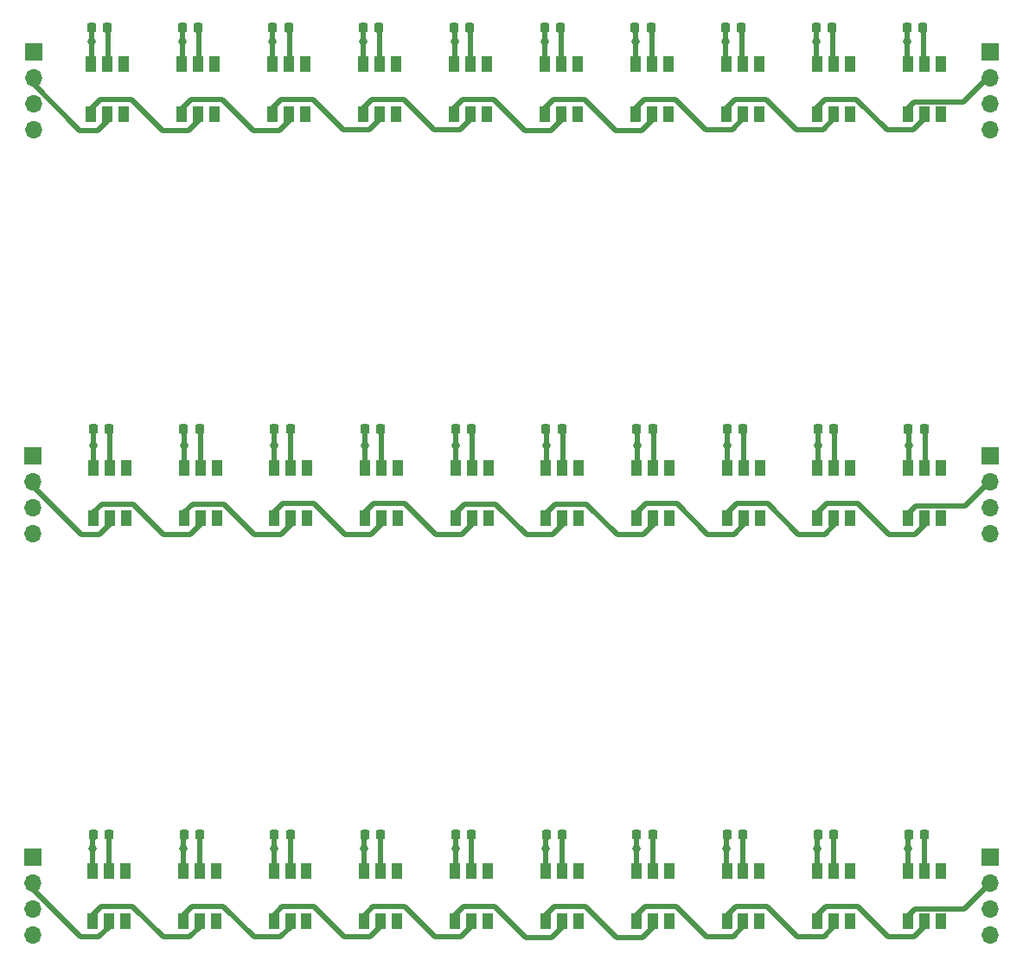
<source format=gbr>
%TF.GenerationSoftware,KiCad,Pcbnew,7.0.2*%
%TF.CreationDate,2023-08-16T13:52:21+02:00*%
%TF.ProjectId,TestingRig,54657374-696e-4675-9269-672e6b696361,rev?*%
%TF.SameCoordinates,Original*%
%TF.FileFunction,Copper,L1,Top*%
%TF.FilePolarity,Positive*%
%FSLAX46Y46*%
G04 Gerber Fmt 4.6, Leading zero omitted, Abs format (unit mm)*
G04 Created by KiCad (PCBNEW 7.0.2) date 2023-08-16 13:52:21*
%MOMM*%
%LPD*%
G01*
G04 APERTURE LIST*
G04 Aperture macros list*
%AMRoundRect*
0 Rectangle with rounded corners*
0 $1 Rounding radius*
0 $2 $3 $4 $5 $6 $7 $8 $9 X,Y pos of 4 corners*
0 Add a 4 corners polygon primitive as box body*
4,1,4,$2,$3,$4,$5,$6,$7,$8,$9,$2,$3,0*
0 Add four circle primitives for the rounded corners*
1,1,$1+$1,$2,$3*
1,1,$1+$1,$4,$5*
1,1,$1+$1,$6,$7*
1,1,$1+$1,$8,$9*
0 Add four rect primitives between the rounded corners*
20,1,$1+$1,$2,$3,$4,$5,0*
20,1,$1+$1,$4,$5,$6,$7,0*
20,1,$1+$1,$6,$7,$8,$9,0*
20,1,$1+$1,$8,$9,$2,$3,0*%
G04 Aperture macros list end*
%TA.AperFunction,ComponentPad*%
%ADD10R,1.700000X1.700000*%
%TD*%
%TA.AperFunction,ComponentPad*%
%ADD11O,1.700000X1.700000*%
%TD*%
%TA.AperFunction,SMDPad,CuDef*%
%ADD12RoundRect,0.225000X-0.225000X-0.250000X0.225000X-0.250000X0.225000X0.250000X-0.225000X0.250000X0*%
%TD*%
%TA.AperFunction,SMDPad,CuDef*%
%ADD13R,1.000000X1.500000*%
%TD*%
%TA.AperFunction,ViaPad*%
%ADD14C,0.800000*%
%TD*%
%TA.AperFunction,Conductor*%
%ADD15C,0.500000*%
%TD*%
G04 APERTURE END LIST*
D10*
%TO.P,J6,1,Pin_1*%
%TO.N,/+5V*%
X250000000Y-43380000D03*
D11*
%TO.P,J6,2,Pin_2*%
%TO.N,/Dout30*%
X250000000Y-45920000D03*
%TO.P,J6,3,Pin_3*%
%TO.N,GND*%
X250000000Y-48460000D03*
%TO.P,J6,4,Pin_4*%
X250000000Y-51000000D03*
%TD*%
D10*
%TO.P,J5,1,Pin_1*%
%TO.N,/+5V*%
X156400000Y-43380000D03*
D11*
%TO.P,J5,2,Pin_2*%
%TO.N,/Din21*%
X156400000Y-45920000D03*
%TO.P,J5,3,Pin_3*%
%TO.N,GND*%
X156400000Y-48460000D03*
%TO.P,J5,4,Pin_4*%
X156400000Y-51000000D03*
%TD*%
%TO.P,J4,4,Pin_4*%
%TO.N,GND*%
X250000000Y-90500000D03*
%TO.P,J4,3,Pin_3*%
X250000000Y-87960000D03*
%TO.P,J4,2,Pin_2*%
%TO.N,/Dout20*%
X250000000Y-85420000D03*
D10*
%TO.P,J4,1,Pin_1*%
%TO.N,/+5V*%
X250000000Y-82880000D03*
%TD*%
D11*
%TO.P,J3,4,Pin_4*%
%TO.N,GND*%
X156325303Y-90500000D03*
%TO.P,J3,3,Pin_3*%
X156325303Y-87960000D03*
%TO.P,J3,2,Pin_2*%
%TO.N,/Din11*%
X156325303Y-85420000D03*
D10*
%TO.P,J3,1,Pin_1*%
%TO.N,/+5V*%
X156325303Y-82880000D03*
%TD*%
%TO.P,J2,1,Pin_1*%
%TO.N,/+5V*%
X250000000Y-122200000D03*
D11*
%TO.P,J2,2,Pin_2*%
%TO.N,/Dout10*%
X250000000Y-124740000D03*
%TO.P,J2,3,Pin_3*%
%TO.N,GND*%
X250000000Y-127280000D03*
%TO.P,J2,4,Pin_4*%
X250000000Y-129820000D03*
%TD*%
D12*
%TO.P,C30,2*%
%TO.N,/+5V*%
X243419063Y-41000000D03*
%TO.P,C30,1*%
%TO.N,GND*%
X241869063Y-41000000D03*
%TD*%
%TO.P,C29,2*%
%TO.N,/+5V*%
X234550244Y-41000000D03*
%TO.P,C29,1*%
%TO.N,GND*%
X233000244Y-41000000D03*
%TD*%
%TO.P,C28,2*%
%TO.N,/+5V*%
X225681433Y-41000000D03*
%TO.P,C28,1*%
%TO.N,GND*%
X224131433Y-41000000D03*
%TD*%
%TO.P,C27,2*%
%TO.N,/+5V*%
X216812622Y-41000000D03*
%TO.P,C27,1*%
%TO.N,GND*%
X215262622Y-41000000D03*
%TD*%
%TO.P,C26,2*%
%TO.N,/+5V*%
X199075000Y-41000000D03*
%TO.P,C26,1*%
%TO.N,GND*%
X197525000Y-41000000D03*
%TD*%
%TO.P,C25,2*%
%TO.N,/+5V*%
X190206189Y-41000000D03*
%TO.P,C25,1*%
%TO.N,GND*%
X188656189Y-41000000D03*
%TD*%
%TO.P,C24,2*%
%TO.N,/+5V*%
X181337378Y-41000000D03*
%TO.P,C24,1*%
%TO.N,GND*%
X179787378Y-41000000D03*
%TD*%
%TO.P,C23,2*%
%TO.N,/+5V*%
X172468567Y-41000000D03*
%TO.P,C23,1*%
%TO.N,GND*%
X170918567Y-41000000D03*
%TD*%
%TO.P,C22,2*%
%TO.N,/+5V*%
X207943811Y-41000000D03*
%TO.P,C22,1*%
%TO.N,GND*%
X206393811Y-41000000D03*
%TD*%
%TO.P,C21,2*%
%TO.N,/+5V*%
X163599756Y-41000000D03*
%TO.P,C21,1*%
%TO.N,GND*%
X162049756Y-41000000D03*
%TD*%
%TO.P,C20,1*%
%TO.N,GND*%
X242031192Y-80300000D03*
%TO.P,C20,2*%
%TO.N,/+5V*%
X243581192Y-80300000D03*
%TD*%
%TO.P,C19,1*%
%TO.N,GND*%
X197687544Y-80300000D03*
%TO.P,C19,2*%
%TO.N,/+5V*%
X199237544Y-80300000D03*
%TD*%
%TO.P,C18,1*%
%TO.N,GND*%
X233162456Y-80300000D03*
%TO.P,C18,2*%
%TO.N,/+5V*%
X234712456Y-80300000D03*
%TD*%
%TO.P,C17,1*%
%TO.N,GND*%
X206556272Y-80300000D03*
%TO.P,C17,2*%
%TO.N,/+5V*%
X208106272Y-80300000D03*
%TD*%
%TO.P,C16,1*%
%TO.N,GND*%
X224293728Y-80300000D03*
%TO.P,C16,2*%
%TO.N,/+5V*%
X225843728Y-80300000D03*
%TD*%
%TO.P,C15,1*%
%TO.N,GND*%
X215425000Y-80300000D03*
%TO.P,C15,2*%
%TO.N,/+5V*%
X216975000Y-80300000D03*
%TD*%
%TO.P,C14,2*%
%TO.N,/+5V*%
X190368816Y-80300000D03*
%TO.P,C14,1*%
%TO.N,GND*%
X188818816Y-80300000D03*
%TD*%
%TO.P,C13,2*%
%TO.N,/+5V*%
X181500088Y-80300000D03*
%TO.P,C13,1*%
%TO.N,GND*%
X179950088Y-80300000D03*
%TD*%
%TO.P,C12,2*%
%TO.N,/+5V*%
X172631360Y-80300000D03*
%TO.P,C12,1*%
%TO.N,GND*%
X171081360Y-80300000D03*
%TD*%
%TO.P,C11,2*%
%TO.N,/+5V*%
X163762632Y-80300000D03*
%TO.P,C11,1*%
%TO.N,GND*%
X162212632Y-80300000D03*
%TD*%
%TO.P,C10,1*%
%TO.N,GND*%
X242042075Y-120002232D03*
%TO.P,C10,2*%
%TO.N,/+5V*%
X243592075Y-120002232D03*
%TD*%
%TO.P,C9,1*%
%TO.N,GND*%
X233172280Y-120002232D03*
%TO.P,C9,2*%
%TO.N,/+5V*%
X234722280Y-120002232D03*
%TD*%
D10*
%TO.P,J1,1,Pin_1*%
%TO.N,/+5V*%
X156325303Y-122200000D03*
D11*
%TO.P,J1,2,Pin_2*%
%TO.N,/Din1*%
X156325303Y-124740000D03*
%TO.P,J1,3,Pin_3*%
%TO.N,GND*%
X156325303Y-127280000D03*
%TO.P,J1,4,Pin_4*%
X156325303Y-129820000D03*
%TD*%
D13*
%TO.P,D30,1,DOUT*%
%TO.N,/Dout30*%
X242000000Y-49450000D03*
%TO.P,D30,2,DIN*%
%TO.N,/Dout29*%
X243600000Y-49450000D03*
%TO.P,D30,3,VCC*%
%TO.N,/+5V*%
X245200000Y-49450000D03*
%TO.P,D30,4,NC*%
%TO.N,unconnected-(D30-NC-Pad4)*%
X245200000Y-44550000D03*
%TO.P,D30,5,VDD*%
%TO.N,/+5V*%
X243600000Y-44550000D03*
%TO.P,D30,6,VSS*%
%TO.N,GND*%
X242000000Y-44550000D03*
%TD*%
%TO.P,D29,1,DOUT*%
%TO.N,/Dout29*%
X233111104Y-49450000D03*
%TO.P,D29,2,DIN*%
%TO.N,/Dout28*%
X234711104Y-49450000D03*
%TO.P,D29,3,VCC*%
%TO.N,/+5V*%
X236311104Y-49450000D03*
%TO.P,D29,4,NC*%
%TO.N,unconnected-(D29-NC-Pad4)*%
X236311104Y-44550000D03*
%TO.P,D29,5,VDD*%
%TO.N,/+5V*%
X234711104Y-44550000D03*
%TO.P,D29,6,VSS*%
%TO.N,GND*%
X233111104Y-44550000D03*
%TD*%
%TO.P,D28,1,DOUT*%
%TO.N,/Dout28*%
X224222216Y-49450000D03*
%TO.P,D28,2,DIN*%
%TO.N,/Dout27*%
X225822216Y-49450000D03*
%TO.P,D28,3,VCC*%
%TO.N,/+5V*%
X227422216Y-49450000D03*
%TO.P,D28,4,NC*%
%TO.N,unconnected-(D28-NC-Pad4)*%
X227422216Y-44550000D03*
%TO.P,D28,5,VDD*%
%TO.N,/+5V*%
X225822216Y-44550000D03*
%TO.P,D28,6,VSS*%
%TO.N,GND*%
X224222216Y-44550000D03*
%TD*%
%TO.P,D27,1,DOUT*%
%TO.N,/Dout27*%
X215333328Y-49450000D03*
%TO.P,D27,2,DIN*%
%TO.N,/Dout26*%
X216933328Y-49450000D03*
%TO.P,D27,3,VCC*%
%TO.N,/+5V*%
X218533328Y-49450000D03*
%TO.P,D27,4,NC*%
%TO.N,unconnected-(D27-NC-Pad4)*%
X218533328Y-44550000D03*
%TO.P,D27,5,VDD*%
%TO.N,/+5V*%
X216933328Y-44550000D03*
%TO.P,D27,6,VSS*%
%TO.N,GND*%
X215333328Y-44550000D03*
%TD*%
%TO.P,D26,1,DOUT*%
%TO.N,/Dout26*%
X206444440Y-49450000D03*
%TO.P,D26,2,DIN*%
%TO.N,/Dout25*%
X208044440Y-49450000D03*
%TO.P,D26,3,VCC*%
%TO.N,/+5V*%
X209644440Y-49450000D03*
%TO.P,D26,4,NC*%
%TO.N,unconnected-(D26-NC-Pad4)*%
X209644440Y-44550000D03*
%TO.P,D26,5,VDD*%
%TO.N,/+5V*%
X208044440Y-44550000D03*
%TO.P,D26,6,VSS*%
%TO.N,GND*%
X206444440Y-44550000D03*
%TD*%
%TO.P,D25,1,DOUT*%
%TO.N,/Dout25*%
X197555552Y-49450000D03*
%TO.P,D25,2,DIN*%
%TO.N,/Dout24*%
X199155552Y-49450000D03*
%TO.P,D25,3,VCC*%
%TO.N,/+5V*%
X200755552Y-49450000D03*
%TO.P,D25,4,NC*%
%TO.N,unconnected-(D25-NC-Pad4)*%
X200755552Y-44550000D03*
%TO.P,D25,5,VDD*%
%TO.N,/+5V*%
X199155552Y-44550000D03*
%TO.P,D25,6,VSS*%
%TO.N,GND*%
X197555552Y-44550000D03*
%TD*%
%TO.P,D24,1,DOUT*%
%TO.N,/Dout24*%
X188666664Y-49450000D03*
%TO.P,D24,2,DIN*%
%TO.N,/Dout23*%
X190266664Y-49450000D03*
%TO.P,D24,3,VCC*%
%TO.N,/+5V*%
X191866664Y-49450000D03*
%TO.P,D24,4,NC*%
%TO.N,unconnected-(D24-NC-Pad4)*%
X191866664Y-44550000D03*
%TO.P,D24,5,VDD*%
%TO.N,/+5V*%
X190266664Y-44550000D03*
%TO.P,D24,6,VSS*%
%TO.N,GND*%
X188666664Y-44550000D03*
%TD*%
%TO.P,D23,1,DOUT*%
%TO.N,/Dout23*%
X179777776Y-49450000D03*
%TO.P,D23,2,DIN*%
%TO.N,/Dout22*%
X181377776Y-49450000D03*
%TO.P,D23,3,VCC*%
%TO.N,/+5V*%
X182977776Y-49450000D03*
%TO.P,D23,4,NC*%
%TO.N,unconnected-(D23-NC-Pad4)*%
X182977776Y-44550000D03*
%TO.P,D23,5,VDD*%
%TO.N,/+5V*%
X181377776Y-44550000D03*
%TO.P,D23,6,VSS*%
%TO.N,GND*%
X179777776Y-44550000D03*
%TD*%
%TO.P,D22,1,DOUT*%
%TO.N,/Dout22*%
X170888888Y-49450000D03*
%TO.P,D22,2,DIN*%
%TO.N,/Dout21*%
X172488888Y-49450000D03*
%TO.P,D22,3,VCC*%
%TO.N,/+5V*%
X174088888Y-49450000D03*
%TO.P,D22,4,NC*%
%TO.N,unconnected-(D22-NC-Pad4)*%
X174088888Y-44550000D03*
%TO.P,D22,5,VDD*%
%TO.N,/+5V*%
X172488888Y-44550000D03*
%TO.P,D22,6,VSS*%
%TO.N,GND*%
X170888888Y-44550000D03*
%TD*%
%TO.P,D21,1,DOUT*%
%TO.N,/Dout21*%
X162000000Y-49450000D03*
%TO.P,D21,2,DIN*%
%TO.N,/Din21*%
X163600000Y-49450000D03*
%TO.P,D21,3,VCC*%
%TO.N,/+5V*%
X165200000Y-49450000D03*
%TO.P,D21,4,NC*%
%TO.N,unconnected-(D21-NC-Pad4)*%
X165200000Y-44550000D03*
%TO.P,D21,5,VDD*%
%TO.N,/+5V*%
X163600000Y-44550000D03*
%TO.P,D21,6,VSS*%
%TO.N,GND*%
X162000000Y-44550000D03*
%TD*%
%TO.P,D20,1,DOUT*%
%TO.N,/Dout20*%
X242000000Y-88950000D03*
%TO.P,D20,2,DIN*%
%TO.N,/Dout19*%
X243600000Y-88950000D03*
%TO.P,D20,3,VCC*%
%TO.N,/+5V*%
X245200000Y-88950000D03*
%TO.P,D20,4,NC*%
%TO.N,unconnected-(D20-NC-Pad4)*%
X245200000Y-84050000D03*
%TO.P,D20,5,VDD*%
%TO.N,/+5V*%
X243600000Y-84050000D03*
%TO.P,D20,6,VSS*%
%TO.N,GND*%
X242000000Y-84050000D03*
%TD*%
%TO.P,D19,1,DOUT*%
%TO.N,/Dout19*%
X233137776Y-88950000D03*
%TO.P,D19,2,DIN*%
%TO.N,/Dout18*%
X234737776Y-88950000D03*
%TO.P,D19,3,VCC*%
%TO.N,/+5V*%
X236337776Y-88950000D03*
%TO.P,D19,4,NC*%
%TO.N,unconnected-(D19-NC-Pad4)*%
X236337776Y-84050000D03*
%TO.P,D19,5,VDD*%
%TO.N,/+5V*%
X234737776Y-84050000D03*
%TO.P,D19,6,VSS*%
%TO.N,GND*%
X233137776Y-84050000D03*
%TD*%
%TO.P,D18,1,DOUT*%
%TO.N,/Dout18*%
X224275554Y-88950000D03*
%TO.P,D18,2,DIN*%
%TO.N,/Dout17*%
X225875554Y-88950000D03*
%TO.P,D18,3,VCC*%
%TO.N,/+5V*%
X227475554Y-88950000D03*
%TO.P,D18,4,NC*%
%TO.N,unconnected-(D18-NC-Pad4)*%
X227475554Y-84050000D03*
%TO.P,D18,5,VDD*%
%TO.N,/+5V*%
X225875554Y-84050000D03*
%TO.P,D18,6,VSS*%
%TO.N,GND*%
X224275554Y-84050000D03*
%TD*%
%TO.P,D17,1,DOUT*%
%TO.N,/Dout17*%
X215413332Y-88950000D03*
%TO.P,D17,2,DIN*%
%TO.N,/Dout16*%
X217013332Y-88950000D03*
%TO.P,D17,3,VCC*%
%TO.N,/+5V*%
X218613332Y-88950000D03*
%TO.P,D17,4,NC*%
%TO.N,unconnected-(D17-NC-Pad4)*%
X218613332Y-84050000D03*
%TO.P,D17,5,VDD*%
%TO.N,/+5V*%
X217013332Y-84050000D03*
%TO.P,D17,6,VSS*%
%TO.N,GND*%
X215413332Y-84050000D03*
%TD*%
%TO.P,D16,1,DOUT*%
%TO.N,/Dout16*%
X206551110Y-88950000D03*
%TO.P,D16,2,DIN*%
%TO.N,/Dout15*%
X208151110Y-88950000D03*
%TO.P,D16,3,VCC*%
%TO.N,/+5V*%
X209751110Y-88950000D03*
%TO.P,D16,4,NC*%
%TO.N,unconnected-(D16-NC-Pad4)*%
X209751110Y-84050000D03*
%TO.P,D16,5,VDD*%
%TO.N,/+5V*%
X208151110Y-84050000D03*
%TO.P,D16,6,VSS*%
%TO.N,GND*%
X206551110Y-84050000D03*
%TD*%
%TO.P,D15,1,DOUT*%
%TO.N,/Dout15*%
X197688888Y-88950000D03*
%TO.P,D15,2,DIN*%
%TO.N,/Dout14*%
X199288888Y-88950000D03*
%TO.P,D15,3,VCC*%
%TO.N,/+5V*%
X200888888Y-88950000D03*
%TO.P,D15,4,NC*%
%TO.N,unconnected-(D15-NC-Pad4)*%
X200888888Y-84050000D03*
%TO.P,D15,5,VDD*%
%TO.N,/+5V*%
X199288888Y-84050000D03*
%TO.P,D15,6,VSS*%
%TO.N,GND*%
X197688888Y-84050000D03*
%TD*%
%TO.P,D14,1,DOUT*%
%TO.N,/Dout14*%
X188826666Y-88950000D03*
%TO.P,D14,2,DIN*%
%TO.N,/Dout13*%
X190426666Y-88950000D03*
%TO.P,D14,3,VCC*%
%TO.N,/+5V*%
X192026666Y-88950000D03*
%TO.P,D14,4,NC*%
%TO.N,unconnected-(D14-NC-Pad4)*%
X192026666Y-84050000D03*
%TO.P,D14,5,VDD*%
%TO.N,/+5V*%
X190426666Y-84050000D03*
%TO.P,D14,6,VSS*%
%TO.N,GND*%
X188826666Y-84050000D03*
%TD*%
%TO.P,D13,1,DOUT*%
%TO.N,/Dout13*%
X179964444Y-88950000D03*
%TO.P,D13,2,DIN*%
%TO.N,/Dout12*%
X181564444Y-88950000D03*
%TO.P,D13,3,VCC*%
%TO.N,/+5V*%
X183164444Y-88950000D03*
%TO.P,D13,4,NC*%
%TO.N,unconnected-(D13-NC-Pad4)*%
X183164444Y-84050000D03*
%TO.P,D13,5,VDD*%
%TO.N,/+5V*%
X181564444Y-84050000D03*
%TO.P,D13,6,VSS*%
%TO.N,GND*%
X179964444Y-84050000D03*
%TD*%
%TO.P,D12,1,DOUT*%
%TO.N,/Dout12*%
X171102222Y-88950000D03*
%TO.P,D12,2,DIN*%
%TO.N,/Dout11*%
X172702222Y-88950000D03*
%TO.P,D12,3,VCC*%
%TO.N,/+5V*%
X174302222Y-88950000D03*
%TO.P,D12,4,NC*%
%TO.N,unconnected-(D12-NC-Pad4)*%
X174302222Y-84050000D03*
%TO.P,D12,5,VDD*%
%TO.N,/+5V*%
X172702222Y-84050000D03*
%TO.P,D12,6,VSS*%
%TO.N,GND*%
X171102222Y-84050000D03*
%TD*%
%TO.P,D11,1,DOUT*%
%TO.N,/Dout11*%
X162240000Y-88950000D03*
%TO.P,D11,2,DIN*%
%TO.N,/Din11*%
X163840000Y-88950000D03*
%TO.P,D11,3,VCC*%
%TO.N,/+5V*%
X165440000Y-88950000D03*
%TO.P,D11,4,NC*%
%TO.N,unconnected-(D11-NC-Pad4)*%
X165440000Y-84050000D03*
%TO.P,D11,5,VDD*%
%TO.N,/+5V*%
X163840000Y-84050000D03*
%TO.P,D11,6,VSS*%
%TO.N,GND*%
X162240000Y-84050000D03*
%TD*%
%TO.P,D10,6,VSS*%
%TO.N,GND*%
X242000000Y-123550000D03*
%TO.P,D10,5,VDD*%
%TO.N,/+5V*%
X243600000Y-123550000D03*
%TO.P,D10,4,NC*%
%TO.N,unconnected-(D10-NC-Pad4)*%
X245200000Y-123550000D03*
%TO.P,D10,3,VCC*%
%TO.N,/+5V*%
X245200000Y-128450000D03*
%TO.P,D10,2,DIN*%
%TO.N,/Dout9*%
X243600000Y-128450000D03*
%TO.P,D10,1,DOUT*%
%TO.N,/Dout10*%
X242000000Y-128450000D03*
%TD*%
%TO.P,D9,6,VSS*%
%TO.N,GND*%
X233128888Y-123550000D03*
%TO.P,D9,5,VDD*%
%TO.N,/+5V*%
X234728888Y-123550000D03*
%TO.P,D9,4,NC*%
%TO.N,unconnected-(D9-NC-Pad4)*%
X236328888Y-123550000D03*
%TO.P,D9,3,VCC*%
%TO.N,/+5V*%
X236328888Y-128450000D03*
%TO.P,D9,2,DIN*%
%TO.N,/Dout8*%
X234728888Y-128450000D03*
%TO.P,D9,1,DOUT*%
%TO.N,/Dout9*%
X233128888Y-128450000D03*
%TD*%
%TO.P,D8,6,VSS*%
%TO.N,GND*%
X224257777Y-123550000D03*
%TO.P,D8,5,VDD*%
%TO.N,/+5V*%
X225857777Y-123550000D03*
%TO.P,D8,4,NC*%
%TO.N,unconnected-(D8-NC-Pad4)*%
X227457777Y-123550000D03*
%TO.P,D8,3,VCC*%
%TO.N,/+5V*%
X227457777Y-128450000D03*
%TO.P,D8,2,DIN*%
%TO.N,/Dout7*%
X225857777Y-128450000D03*
%TO.P,D8,1,DOUT*%
%TO.N,/Dout8*%
X224257777Y-128450000D03*
%TD*%
%TO.P,D7,6,VSS*%
%TO.N,GND*%
X215386666Y-123550000D03*
%TO.P,D7,5,VDD*%
%TO.N,/+5V*%
X216986666Y-123550000D03*
%TO.P,D7,4,NC*%
%TO.N,unconnected-(D7-NC-Pad4)*%
X218586666Y-123550000D03*
%TO.P,D7,3,VCC*%
%TO.N,/+5V*%
X218586666Y-128450000D03*
%TO.P,D7,2,DIN*%
%TO.N,/Dout6*%
X216986666Y-128450000D03*
%TO.P,D7,1,DOUT*%
%TO.N,/Dout7*%
X215386666Y-128450000D03*
%TD*%
%TO.P,D6,6,VSS*%
%TO.N,GND*%
X206515555Y-123550000D03*
%TO.P,D6,5,VDD*%
%TO.N,/+5V*%
X208115555Y-123550000D03*
%TO.P,D6,4,NC*%
%TO.N,unconnected-(D6-NC-Pad4)*%
X209715555Y-123550000D03*
%TO.P,D6,3,VCC*%
%TO.N,/+5V*%
X209715555Y-128450000D03*
%TO.P,D6,2,DIN*%
%TO.N,/Dout5*%
X208115555Y-128450000D03*
%TO.P,D6,1,DOUT*%
%TO.N,/Dout6*%
X206515555Y-128450000D03*
%TD*%
%TO.P,D5,6,VSS*%
%TO.N,GND*%
X197644444Y-123550000D03*
%TO.P,D5,5,VDD*%
%TO.N,/+5V*%
X199244444Y-123550000D03*
%TO.P,D5,4,NC*%
%TO.N,unconnected-(D5-NC-Pad4)*%
X200844444Y-123550000D03*
%TO.P,D5,3,VCC*%
%TO.N,/+5V*%
X200844444Y-128450000D03*
%TO.P,D5,2,DIN*%
%TO.N,/Dout4*%
X199244444Y-128450000D03*
%TO.P,D5,1,DOUT*%
%TO.N,/Dout5*%
X197644444Y-128450000D03*
%TD*%
%TO.P,D4,6,VSS*%
%TO.N,GND*%
X188773333Y-123550000D03*
%TO.P,D4,5,VDD*%
%TO.N,/+5V*%
X190373333Y-123550000D03*
%TO.P,D4,4,NC*%
%TO.N,unconnected-(D4-NC-Pad4)*%
X191973333Y-123550000D03*
%TO.P,D4,3,VCC*%
%TO.N,/+5V*%
X191973333Y-128450000D03*
%TO.P,D4,2,DIN*%
%TO.N,/Dout3*%
X190373333Y-128450000D03*
%TO.P,D4,1,DOUT*%
%TO.N,/Dout4*%
X188773333Y-128450000D03*
%TD*%
%TO.P,D3,6,VSS*%
%TO.N,GND*%
X179902222Y-123550000D03*
%TO.P,D3,5,VDD*%
%TO.N,/+5V*%
X181502222Y-123550000D03*
%TO.P,D3,4,NC*%
%TO.N,unconnected-(D3-NC-Pad4)*%
X183102222Y-123550000D03*
%TO.P,D3,3,VCC*%
%TO.N,/+5V*%
X183102222Y-128450000D03*
%TO.P,D3,2,DIN*%
%TO.N,/Dout2*%
X181502222Y-128450000D03*
%TO.P,D3,1,DOUT*%
%TO.N,/Dout3*%
X179902222Y-128450000D03*
%TD*%
%TO.P,D2,6,VSS*%
%TO.N,GND*%
X171031111Y-123550000D03*
%TO.P,D2,5,VDD*%
%TO.N,/+5V*%
X172631111Y-123550000D03*
%TO.P,D2,4,NC*%
%TO.N,unconnected-(D2-NC-Pad4)*%
X174231111Y-123550000D03*
%TO.P,D2,3,VCC*%
%TO.N,/+5V*%
X174231111Y-128450000D03*
%TO.P,D2,2,DIN*%
%TO.N,/Dout1*%
X172631111Y-128450000D03*
%TO.P,D2,1,DOUT*%
%TO.N,/Dout2*%
X171031111Y-128450000D03*
%TD*%
%TO.P,D1,6,VSS*%
%TO.N,GND*%
X162160000Y-123550000D03*
%TO.P,D1,5,VDD*%
%TO.N,/+5V*%
X163760000Y-123550000D03*
%TO.P,D1,4,NC*%
%TO.N,unconnected-(D1-NC-Pad4)*%
X165360000Y-123550000D03*
%TO.P,D1,3,VCC*%
%TO.N,/+5V*%
X165360000Y-128450000D03*
%TO.P,D1,2,DIN*%
%TO.N,/Din1*%
X163760000Y-128450000D03*
%TO.P,D1,1,DOUT*%
%TO.N,/Dout1*%
X162160000Y-128450000D03*
%TD*%
D12*
%TO.P,C8,1*%
%TO.N,GND*%
X224302493Y-120002232D03*
%TO.P,C8,2*%
%TO.N,/+5V*%
X225852493Y-120002232D03*
%TD*%
%TO.P,C7,1*%
%TO.N,GND*%
X215432706Y-120002232D03*
%TO.P,C7,2*%
%TO.N,/+5V*%
X216982706Y-120002232D03*
%TD*%
%TO.P,C6,1*%
%TO.N,GND*%
X206562919Y-120002232D03*
%TO.P,C6,2*%
%TO.N,/+5V*%
X208112919Y-120002232D03*
%TD*%
%TO.P,C5,1*%
%TO.N,GND*%
X197693132Y-120002232D03*
%TO.P,C5,2*%
%TO.N,/+5V*%
X199243132Y-120002232D03*
%TD*%
%TO.P,C4,1*%
%TO.N,GND*%
X188823345Y-120002232D03*
%TO.P,C4,2*%
%TO.N,/+5V*%
X190373345Y-120002232D03*
%TD*%
%TO.P,C3,1*%
%TO.N,GND*%
X179953558Y-120002232D03*
%TO.P,C3,2*%
%TO.N,/+5V*%
X181503558Y-120002232D03*
%TD*%
%TO.P,C2,1*%
%TO.N,GND*%
X171083771Y-120002232D03*
%TO.P,C2,2*%
%TO.N,/+5V*%
X172633771Y-120002232D03*
%TD*%
%TO.P,C1,1*%
%TO.N,GND*%
X162213984Y-120000000D03*
%TO.P,C1,2*%
%TO.N,/+5V*%
X163763984Y-120000000D03*
%TD*%
D14*
%TO.N,GND*%
X197583560Y-42314875D03*
X179799238Y-42314875D03*
X188675444Y-42314875D03*
X215283560Y-42314875D03*
X170942272Y-42314875D03*
X233033560Y-42314875D03*
X224159766Y-42314875D03*
X162066066Y-42314875D03*
X206459766Y-42314875D03*
X241909766Y-42314875D03*
X197747411Y-81886361D03*
X179963089Y-81886361D03*
X188839295Y-81886361D03*
X215447411Y-81886361D03*
X171106123Y-81886361D03*
X233197411Y-81886361D03*
X224323617Y-81886361D03*
X162229917Y-81886361D03*
X206623617Y-81886361D03*
X242073617Y-81886361D03*
X242000000Y-121300173D03*
X233123794Y-121300173D03*
X224250000Y-121300173D03*
X215373794Y-121300173D03*
X206550000Y-121300173D03*
X197673794Y-121300173D03*
X188765678Y-121300173D03*
X179889472Y-121300173D03*
X171032506Y-121300173D03*
X162156300Y-121300173D03*
%TD*%
D15*
%TO.N,GND*%
X170942272Y-41068199D02*
X170993537Y-41016934D01*
%TO.N,/+5V*%
X225767543Y-44564702D02*
X225767543Y-41022218D01*
%TO.N,GND*%
X215283560Y-42314875D02*
X215283560Y-41075846D01*
X224159766Y-42314875D02*
X224159766Y-41069427D01*
%TO.N,/+5V*%
X225767543Y-41022218D02*
X225762259Y-41016934D01*
%TO.N,GND*%
X224159766Y-41069427D02*
X224212259Y-41016934D01*
X233033560Y-41065420D02*
X233082046Y-41016934D01*
X215283560Y-41075846D02*
X215342472Y-41016934D01*
%TO.N,/+5V*%
X190283111Y-41016934D02*
X190283111Y-44564690D01*
%TO.N,GND*%
X197583560Y-41036272D02*
X197602898Y-41016934D01*
X206459766Y-41029853D02*
X206472685Y-41016934D01*
X197583560Y-42314875D02*
X197583560Y-41036272D01*
%TO.N,/+5V*%
X181413324Y-41016934D02*
X181413324Y-44563366D01*
X172543537Y-41016934D02*
X172543537Y-44562042D01*
%TO.N,GND*%
X241909766Y-42314875D02*
X241909766Y-41059009D01*
%TO.N,/+5V*%
X243509766Y-41024859D02*
X243501841Y-41016934D01*
%TO.N,GND*%
X206459766Y-42314875D02*
X206459766Y-41029853D01*
X170942272Y-42314875D02*
X170942272Y-41068199D01*
%TO.N,/+5V*%
X216896432Y-41020894D02*
X216892472Y-41016934D01*
X216896432Y-44564702D02*
X216896432Y-41020894D01*
%TO.N,GND*%
X188675444Y-41074601D02*
X188733111Y-41016934D01*
%TO.N,/+5V*%
X243509766Y-44564702D02*
X243509766Y-41024859D01*
%TO.N,GND*%
X188675444Y-42314875D02*
X188675444Y-41074601D01*
X241909766Y-41059009D02*
X241951841Y-41016934D01*
%TO.N,/+5V*%
X208022685Y-41016934D02*
X208022685Y-44562066D01*
X163673750Y-41014702D02*
X163673750Y-44560718D01*
%TO.N,/Dout30*%
X247399766Y-48264702D02*
X249909766Y-45754702D01*
%TO.N,/Din21*%
X162669766Y-51014702D02*
X160909766Y-51014702D01*
%TO.N,/Dout30*%
X241909766Y-49464702D02*
X241909766Y-48914702D01*
X242559766Y-48264702D02*
X247399766Y-48264702D01*
%TO.N,/Din21*%
X163669766Y-50014702D02*
X162669766Y-51014702D01*
%TO.N,/Dout25*%
X208019766Y-50039702D02*
X208019766Y-49489702D01*
X198388655Y-48039702D02*
X201448655Y-48039702D01*
%TO.N,/Dout26*%
X213338655Y-51039702D02*
X215909766Y-51039702D01*
X207278655Y-48039702D02*
X210338655Y-48039702D01*
%TO.N,/Dout25*%
X201448655Y-48039702D02*
X204448655Y-51039702D01*
%TO.N,/Dout26*%
X215909766Y-51039702D02*
X216909766Y-50039702D01*
%TO.N,/Dout25*%
X204448655Y-51039702D02*
X207019766Y-51039702D01*
%TO.N,/Dout26*%
X206438655Y-49489702D02*
X206438655Y-48879702D01*
X210338655Y-48039702D02*
X213338655Y-51039702D01*
%TO.N,/Dout25*%
X197548655Y-48879702D02*
X198388655Y-48039702D01*
%TO.N,/Dout22*%
X170959766Y-49464702D02*
X170959766Y-48854702D01*
X171799766Y-48014702D02*
X174859766Y-48014702D01*
X180430877Y-51014702D02*
X181430877Y-50014702D01*
X181430877Y-50014702D02*
X181430877Y-49464702D01*
X174859766Y-48014702D02*
X177859766Y-51014702D01*
%TO.N,/Dout26*%
X216909766Y-50039702D02*
X216909766Y-49489702D01*
%TO.N,/Dout25*%
X197548655Y-49489702D02*
X197548655Y-48879702D01*
%TO.N,GND*%
X206459766Y-42314875D02*
X206459766Y-44530257D01*
%TO.N,/Dout29*%
X243519766Y-49989702D02*
X243519766Y-49439702D01*
X236948655Y-47989702D02*
X239948655Y-50989702D01*
X242519766Y-50989702D02*
X243519766Y-49989702D01*
%TO.N,GND*%
X224159766Y-42314875D02*
X224159766Y-44556925D01*
X179799238Y-42314875D02*
X179799238Y-44551952D01*
X188675444Y-42314875D02*
X188675444Y-44557047D01*
X215283560Y-42314875D02*
X215283560Y-44551830D01*
%TO.N,/Dout23*%
X180638655Y-47989702D02*
X183698655Y-47989702D01*
%TO.N,/Dout24*%
X188688655Y-49439702D02*
X188688655Y-48829702D01*
X188688655Y-48829702D02*
X189528655Y-47989702D01*
X189528655Y-47989702D02*
X192588655Y-47989702D01*
%TO.N,/Dout29*%
X239948655Y-50989702D02*
X242519766Y-50989702D01*
%TO.N,/Dout23*%
X179798655Y-49439702D02*
X179798655Y-48829702D01*
X189269766Y-50989702D02*
X190269766Y-49989702D01*
%TO.N,/Dout24*%
X192588655Y-47989702D02*
X195588655Y-50989702D01*
%TO.N,/Dout21*%
X172540877Y-50014702D02*
X172540877Y-49464702D01*
X162069766Y-49464702D02*
X162069766Y-48854702D01*
X165969766Y-48014702D02*
X168969766Y-51014702D01*
X162069766Y-48854702D02*
X162909766Y-48014702D01*
%TO.N,GND*%
X170942272Y-42314875D02*
X170942272Y-44563307D01*
%TO.N,/Dout21*%
X168969766Y-51014702D02*
X171540877Y-51014702D01*
X162909766Y-48014702D02*
X165969766Y-48014702D01*
%TO.N,/Dout23*%
X190269766Y-49989702D02*
X190269766Y-49439702D01*
%TO.N,GND*%
X197583560Y-42314875D02*
X197583560Y-44535352D01*
%TO.N,/Dout28*%
X225028655Y-47989702D02*
X228088655Y-47989702D01*
%TO.N,/Dout27*%
X215298655Y-49439702D02*
X215298655Y-48829702D01*
%TO.N,/Dout28*%
X231088655Y-50989702D02*
X233659766Y-50989702D01*
%TO.N,/Dout27*%
X219198655Y-47989702D02*
X222198655Y-50989702D01*
X215298655Y-48829702D02*
X216138655Y-47989702D01*
%TO.N,/Dout24*%
X195588655Y-50989702D02*
X198159766Y-50989702D01*
%TO.N,/Dout22*%
X177859766Y-51014702D02*
X180430877Y-51014702D01*
%TO.N,/Dout28*%
X228088655Y-47989702D02*
X231088655Y-50989702D01*
X224188655Y-49439702D02*
X224188655Y-48829702D01*
%TO.N,GND*%
X233033560Y-42314875D02*
X233033560Y-44559608D01*
%TO.N,/Dout29*%
X233888655Y-47989702D02*
X236948655Y-47989702D01*
%TO.N,/Dout23*%
X183698655Y-47989702D02*
X186698655Y-50989702D01*
%TO.N,/Dout22*%
X170959766Y-48854702D02*
X171799766Y-48014702D01*
%TO.N,/Dout28*%
X234659766Y-49989702D02*
X234659766Y-49439702D01*
%TO.N,/Dout24*%
X198159766Y-50989702D02*
X199159766Y-49989702D01*
%TO.N,/Dout23*%
X186698655Y-50989702D02*
X189269766Y-50989702D01*
%TO.N,/Dout24*%
X199159766Y-49989702D02*
X199159766Y-49439702D01*
%TO.N,/Dout29*%
X233048655Y-49439702D02*
X233048655Y-48829702D01*
%TO.N,/Dout28*%
X224188655Y-48829702D02*
X225028655Y-47989702D01*
%TO.N,/Dout25*%
X207019766Y-51039702D02*
X208019766Y-50039702D01*
%TO.N,/Dout27*%
X224769766Y-50989702D02*
X225769766Y-49989702D01*
X222198655Y-50989702D02*
X224769766Y-50989702D01*
X225769766Y-49989702D02*
X225769766Y-49439702D01*
%TO.N,GND*%
X162066066Y-42314875D02*
X162066066Y-44561002D01*
%TO.N,/Dout28*%
X233659766Y-50989702D02*
X234659766Y-49989702D01*
%TO.N,/Dout23*%
X179798655Y-48829702D02*
X180638655Y-47989702D01*
%TO.N,/Dout29*%
X233048655Y-48829702D02*
X233888655Y-47989702D01*
%TO.N,GND*%
X241909766Y-42314875D02*
X241909766Y-44564702D01*
%TO.N,/Dout27*%
X216138655Y-47989702D02*
X219198655Y-47989702D01*
%TO.N,/Dout26*%
X206438655Y-48879702D02*
X207278655Y-48039702D01*
%TO.N,/Dout21*%
X171540877Y-51014702D02*
X172540877Y-50014702D01*
%TO.N,/Dout30*%
X241909766Y-48914702D02*
X242559766Y-48264702D01*
%TO.N,/Din21*%
X160909766Y-51014702D02*
X156235069Y-46340005D01*
%TO.N,/+5V*%
X234638654Y-44564702D02*
X234638654Y-41023542D01*
%TO.N,GND*%
X233033560Y-42314875D02*
X233033560Y-41065420D01*
X179799238Y-41081020D02*
X179863324Y-41016934D01*
X162066066Y-42314875D02*
X162066066Y-41072386D01*
X162066066Y-41072386D02*
X162123750Y-41014702D01*
X179799238Y-42314875D02*
X179799238Y-41081020D01*
%TO.N,/+5V*%
X234638654Y-41023542D02*
X234632046Y-41016934D01*
X199152898Y-41016934D02*
X199152898Y-44563390D01*
%TO.N,GND*%
X171106123Y-80639685D02*
X171157388Y-80588420D01*
%TO.N,/+5V*%
X225931394Y-84136188D02*
X225931394Y-80593704D01*
%TO.N,GND*%
X215447411Y-81886361D02*
X215447411Y-80647332D01*
X224323617Y-81886361D02*
X224323617Y-80640913D01*
%TO.N,/+5V*%
X225931394Y-80593704D02*
X225926110Y-80588420D01*
%TO.N,GND*%
X224323617Y-80640913D02*
X224376110Y-80588420D01*
X233197411Y-80636906D02*
X233245897Y-80588420D01*
X215447411Y-80647332D02*
X215506323Y-80588420D01*
%TO.N,/+5V*%
X190446962Y-80588420D02*
X190446962Y-84136176D01*
%TO.N,GND*%
X197747411Y-80607758D02*
X197766749Y-80588420D01*
X206623617Y-80601339D02*
X206636536Y-80588420D01*
X197747411Y-81886361D02*
X197747411Y-80607758D01*
%TO.N,/+5V*%
X181577175Y-80588420D02*
X181577175Y-84134852D01*
X172707388Y-80588420D02*
X172707388Y-84133528D01*
%TO.N,GND*%
X242073617Y-81886361D02*
X242073617Y-80630495D01*
%TO.N,/+5V*%
X243673617Y-80596345D02*
X243665692Y-80588420D01*
%TO.N,GND*%
X206623617Y-81886361D02*
X206623617Y-80601339D01*
X171106123Y-81886361D02*
X171106123Y-80639685D01*
%TO.N,/+5V*%
X217060283Y-80592380D02*
X217056323Y-80588420D01*
X217060283Y-84136188D02*
X217060283Y-80592380D01*
%TO.N,GND*%
X188839295Y-80646087D02*
X188896962Y-80588420D01*
%TO.N,/+5V*%
X243673617Y-84136188D02*
X243673617Y-80596345D01*
%TO.N,GND*%
X188839295Y-81886361D02*
X188839295Y-80646087D01*
X242073617Y-80630495D02*
X242115692Y-80588420D01*
%TO.N,/+5V*%
X208186536Y-80588420D02*
X208186536Y-84133552D01*
X163837601Y-80586188D02*
X163837601Y-84132204D01*
%TO.N,/Dout20*%
X247563617Y-87836188D02*
X250073617Y-85326188D01*
%TO.N,/Din11*%
X162833617Y-90586188D02*
X161073617Y-90586188D01*
%TO.N,/Dout20*%
X242073617Y-89036188D02*
X242073617Y-88486188D01*
X242723617Y-87836188D02*
X247563617Y-87836188D01*
%TO.N,/Din11*%
X163833617Y-89586188D02*
X162833617Y-90586188D01*
%TO.N,/Dout15*%
X208183617Y-89611188D02*
X208183617Y-89061188D01*
X198552506Y-87611188D02*
X201612506Y-87611188D01*
%TO.N,/Dout16*%
X213502506Y-90611188D02*
X216073617Y-90611188D01*
X207442506Y-87611188D02*
X210502506Y-87611188D01*
%TO.N,/Dout15*%
X201612506Y-87611188D02*
X204612506Y-90611188D01*
%TO.N,/Dout16*%
X216073617Y-90611188D02*
X217073617Y-89611188D01*
%TO.N,/Dout15*%
X204612506Y-90611188D02*
X207183617Y-90611188D01*
%TO.N,/Dout16*%
X206602506Y-89061188D02*
X206602506Y-88451188D01*
X210502506Y-87611188D02*
X213502506Y-90611188D01*
%TO.N,/Dout15*%
X197712506Y-88451188D02*
X198552506Y-87611188D01*
%TO.N,/Dout12*%
X171123617Y-89036188D02*
X171123617Y-88426188D01*
X171963617Y-87586188D02*
X175023617Y-87586188D01*
X180594728Y-90586188D02*
X181594728Y-89586188D01*
X181594728Y-89586188D02*
X181594728Y-89036188D01*
X175023617Y-87586188D02*
X178023617Y-90586188D01*
%TO.N,/Dout16*%
X217073617Y-89611188D02*
X217073617Y-89061188D01*
%TO.N,/Dout15*%
X197712506Y-89061188D02*
X197712506Y-88451188D01*
%TO.N,GND*%
X206623617Y-81886361D02*
X206623617Y-84101743D01*
%TO.N,/Dout19*%
X243683617Y-89561188D02*
X243683617Y-89011188D01*
X237112506Y-87561188D02*
X240112506Y-90561188D01*
X242683617Y-90561188D02*
X243683617Y-89561188D01*
%TO.N,GND*%
X224323617Y-81886361D02*
X224323617Y-84128411D01*
X179963089Y-81886361D02*
X179963089Y-84123438D01*
X188839295Y-81886361D02*
X188839295Y-84128533D01*
X215447411Y-81886361D02*
X215447411Y-84123316D01*
%TO.N,/Dout13*%
X180802506Y-87561188D02*
X183862506Y-87561188D01*
%TO.N,/Dout14*%
X188852506Y-89011188D02*
X188852506Y-88401188D01*
X188852506Y-88401188D02*
X189692506Y-87561188D01*
X189692506Y-87561188D02*
X192752506Y-87561188D01*
%TO.N,/Dout19*%
X240112506Y-90561188D02*
X242683617Y-90561188D01*
%TO.N,/Dout13*%
X179962506Y-89011188D02*
X179962506Y-88401188D01*
X189433617Y-90561188D02*
X190433617Y-89561188D01*
%TO.N,/Dout14*%
X192752506Y-87561188D02*
X195752506Y-90561188D01*
%TO.N,/Dout11*%
X172704728Y-89586188D02*
X172704728Y-89036188D01*
X162233617Y-89036188D02*
X162233617Y-88426188D01*
X166133617Y-87586188D02*
X169133617Y-90586188D01*
X162233617Y-88426188D02*
X163073617Y-87586188D01*
%TO.N,GND*%
X171106123Y-81886361D02*
X171106123Y-84134793D01*
%TO.N,/Dout11*%
X169133617Y-90586188D02*
X171704728Y-90586188D01*
X163073617Y-87586188D02*
X166133617Y-87586188D01*
%TO.N,/Dout13*%
X190433617Y-89561188D02*
X190433617Y-89011188D01*
%TO.N,GND*%
X197747411Y-81886361D02*
X197747411Y-84106838D01*
%TO.N,/Dout18*%
X225192506Y-87561188D02*
X228252506Y-87561188D01*
%TO.N,/Dout17*%
X215462506Y-89011188D02*
X215462506Y-88401188D01*
%TO.N,/Dout18*%
X231252506Y-90561188D02*
X233823617Y-90561188D01*
%TO.N,/Dout17*%
X219362506Y-87561188D02*
X222362506Y-90561188D01*
X215462506Y-88401188D02*
X216302506Y-87561188D01*
%TO.N,/Dout14*%
X195752506Y-90561188D02*
X198323617Y-90561188D01*
%TO.N,/Dout12*%
X178023617Y-90586188D02*
X180594728Y-90586188D01*
%TO.N,/Dout18*%
X228252506Y-87561188D02*
X231252506Y-90561188D01*
X224352506Y-89011188D02*
X224352506Y-88401188D01*
%TO.N,GND*%
X233197411Y-81886361D02*
X233197411Y-84131094D01*
%TO.N,/Dout19*%
X234052506Y-87561188D02*
X237112506Y-87561188D01*
%TO.N,/Dout13*%
X183862506Y-87561188D02*
X186862506Y-90561188D01*
%TO.N,/Dout12*%
X171123617Y-88426188D02*
X171963617Y-87586188D01*
%TO.N,/Dout18*%
X234823617Y-89561188D02*
X234823617Y-89011188D01*
%TO.N,/Dout14*%
X198323617Y-90561188D02*
X199323617Y-89561188D01*
%TO.N,/Dout13*%
X186862506Y-90561188D02*
X189433617Y-90561188D01*
%TO.N,/Dout14*%
X199323617Y-89561188D02*
X199323617Y-89011188D01*
%TO.N,/Dout19*%
X233212506Y-89011188D02*
X233212506Y-88401188D01*
%TO.N,/Dout18*%
X224352506Y-88401188D02*
X225192506Y-87561188D01*
%TO.N,/Dout15*%
X207183617Y-90611188D02*
X208183617Y-89611188D01*
%TO.N,/Dout17*%
X224933617Y-90561188D02*
X225933617Y-89561188D01*
X222362506Y-90561188D02*
X224933617Y-90561188D01*
X225933617Y-89561188D02*
X225933617Y-89011188D01*
%TO.N,GND*%
X162229917Y-81886361D02*
X162229917Y-84132488D01*
%TO.N,/Dout18*%
X233823617Y-90561188D02*
X234823617Y-89561188D01*
%TO.N,/Dout13*%
X179962506Y-88401188D02*
X180802506Y-87561188D01*
%TO.N,/Dout19*%
X233212506Y-88401188D02*
X234052506Y-87561188D01*
%TO.N,GND*%
X242073617Y-81886361D02*
X242073617Y-84136188D01*
%TO.N,/Dout17*%
X216302506Y-87561188D02*
X219362506Y-87561188D01*
%TO.N,/Dout16*%
X206602506Y-88451188D02*
X207442506Y-87611188D01*
%TO.N,/Dout11*%
X171704728Y-90586188D02*
X172704728Y-89586188D01*
%TO.N,/Dout20*%
X242073617Y-88486188D02*
X242723617Y-87836188D01*
%TO.N,/Din11*%
X161073617Y-90586188D02*
X156398920Y-85911491D01*
%TO.N,/+5V*%
X234802505Y-84136188D02*
X234802505Y-80595028D01*
%TO.N,GND*%
X233197411Y-81886361D02*
X233197411Y-80636906D01*
X179963089Y-80652506D02*
X180027175Y-80588420D01*
X162229917Y-81886361D02*
X162229917Y-80643872D01*
X162229917Y-80643872D02*
X162287601Y-80586188D01*
X179963089Y-81886361D02*
X179963089Y-80652506D01*
%TO.N,/+5V*%
X234802505Y-80595028D02*
X234795897Y-80588420D01*
X199316749Y-80588420D02*
X199316749Y-84134876D01*
X243600000Y-120010157D02*
X243592075Y-120002232D01*
X243600000Y-123550000D02*
X243600000Y-120010157D01*
%TO.N,GND*%
X242000000Y-120044307D02*
X242042075Y-120002232D01*
X242000000Y-121300173D02*
X242000000Y-120044307D01*
%TO.N,/+5V*%
X234728888Y-120008840D02*
X234722280Y-120002232D01*
X234728888Y-123550000D02*
X234728888Y-120008840D01*
%TO.N,GND*%
X233123794Y-120050718D02*
X233172280Y-120002232D01*
X233123794Y-121300173D02*
X233123794Y-120050718D01*
%TO.N,/+5V*%
X225857777Y-120007516D02*
X225852493Y-120002232D01*
X225857777Y-123550000D02*
X225857777Y-120007516D01*
%TO.N,GND*%
X224250000Y-120054725D02*
X224302493Y-120002232D01*
X224250000Y-121300173D02*
X224250000Y-120054725D01*
%TO.N,/+5V*%
X216986666Y-120006192D02*
X216982706Y-120002232D01*
X216986666Y-123550000D02*
X216986666Y-120006192D01*
%TO.N,GND*%
X215373794Y-120061144D02*
X215432706Y-120002232D01*
X215373794Y-121300173D02*
X215373794Y-120061144D01*
X206550000Y-120015151D02*
X206562919Y-120002232D01*
X206550000Y-121300173D02*
X206550000Y-120015151D01*
%TO.N,/+5V*%
X208112919Y-123547364D02*
X208115555Y-123550000D01*
X208112919Y-120002232D02*
X208112919Y-123547364D01*
X199243132Y-123548688D02*
X199244444Y-123550000D01*
X199243132Y-120002232D02*
X199243132Y-123548688D01*
%TO.N,GND*%
X197673794Y-120021570D02*
X197693132Y-120002232D01*
X197673794Y-121300173D02*
X197673794Y-120021570D01*
%TO.N,/+5V*%
X181503558Y-123548664D02*
X181502222Y-123550000D01*
X181503558Y-120002232D02*
X181503558Y-123548664D01*
X190373345Y-123549988D02*
X190373333Y-123550000D01*
X190373345Y-120002232D02*
X190373345Y-123549988D01*
%TO.N,GND*%
X188765678Y-121300173D02*
X188765678Y-120059899D01*
X188765678Y-120059899D02*
X188823345Y-120002232D01*
X171032506Y-120053497D02*
X171083771Y-120002232D01*
X171032506Y-121300173D02*
X171032506Y-120053497D01*
X179889472Y-120066318D02*
X179953558Y-120002232D01*
X179889472Y-121300173D02*
X179889472Y-120066318D01*
%TO.N,/+5V*%
X172633771Y-123547340D02*
X172631111Y-123550000D01*
X172633771Y-120002232D02*
X172633771Y-123547340D01*
X163763984Y-123546016D02*
X163760000Y-123550000D01*
X163763984Y-120000000D02*
X163763984Y-123546016D01*
%TO.N,GND*%
X162156300Y-120057684D02*
X162213984Y-120000000D01*
X162156300Y-121300173D02*
X162156300Y-120057684D01*
%TO.N,/Din1*%
X161000000Y-130000000D02*
X156325303Y-125325303D01*
X156325303Y-125325303D02*
X156325303Y-124740000D01*
X162760000Y-130000000D02*
X161000000Y-130000000D01*
X163760000Y-129000000D02*
X162760000Y-130000000D01*
X163760000Y-128450000D02*
X163760000Y-129000000D01*
%TO.N,/Dout10*%
X242000000Y-127900000D02*
X242650000Y-127250000D01*
X242650000Y-127250000D02*
X247490000Y-127250000D01*
X242000000Y-128450000D02*
X242000000Y-127900000D01*
X247490000Y-127250000D02*
X250000000Y-124740000D01*
%TO.N,GND*%
X242000000Y-121300173D02*
X242000000Y-123550000D01*
X233123794Y-123544906D02*
X233128888Y-123550000D01*
X233123794Y-121300173D02*
X233123794Y-123544906D01*
X224250000Y-123542223D02*
X224257777Y-123550000D01*
X224250000Y-121300173D02*
X224250000Y-123542223D01*
X215373794Y-121300173D02*
X215373794Y-123537128D01*
X215373794Y-123537128D02*
X215386666Y-123550000D01*
X206550000Y-123515555D02*
X206515555Y-123550000D01*
X206550000Y-121300173D02*
X206550000Y-123515555D01*
X197673794Y-123520650D02*
X197644444Y-123550000D01*
X197673794Y-121300173D02*
X197673794Y-123520650D01*
X188765678Y-123542345D02*
X188773333Y-123550000D01*
X188765678Y-121300173D02*
X188765678Y-123542345D01*
X179889472Y-123537250D02*
X179902222Y-123550000D01*
X179889472Y-121300173D02*
X179889472Y-123537250D01*
X171032506Y-123548605D02*
X171031111Y-123550000D01*
X171032506Y-121300173D02*
X171032506Y-123548605D01*
X162156300Y-123546300D02*
X162160000Y-123550000D01*
X162156300Y-121300173D02*
X162156300Y-123546300D01*
%TO.N,/Dout9*%
X243610000Y-128975000D02*
X243610000Y-128425000D01*
X233138889Y-128425000D02*
X233138889Y-127815000D01*
X233138889Y-127815000D02*
X233978889Y-126975000D01*
X237038889Y-126975000D02*
X240038889Y-129975000D01*
X240038889Y-129975000D02*
X242610000Y-129975000D01*
X233978889Y-126975000D02*
X237038889Y-126975000D01*
X242610000Y-129975000D02*
X243610000Y-128975000D01*
%TO.N,/Dout8*%
X224278889Y-128425000D02*
X224278889Y-127815000D01*
X233750000Y-129975000D02*
X234750000Y-128975000D01*
X224278889Y-127815000D02*
X225118889Y-126975000D01*
X225118889Y-126975000D02*
X228178889Y-126975000D01*
X231178889Y-129975000D02*
X233750000Y-129975000D01*
X234750000Y-128975000D02*
X234750000Y-128425000D01*
X228178889Y-126975000D02*
X231178889Y-129975000D01*
%TO.N,/Dout7*%
X225860000Y-128975000D02*
X225860000Y-128425000D01*
X215388889Y-128425000D02*
X215388889Y-127815000D01*
X215388889Y-127815000D02*
X216228889Y-126975000D01*
X219288889Y-126975000D02*
X222288889Y-129975000D01*
X222288889Y-129975000D02*
X224860000Y-129975000D01*
X216228889Y-126975000D02*
X219288889Y-126975000D01*
X224860000Y-129975000D02*
X225860000Y-128975000D01*
%TO.N,/Dout6*%
X206528889Y-128475000D02*
X206528889Y-127865000D01*
X216000000Y-130025000D02*
X217000000Y-129025000D01*
X206528889Y-127865000D02*
X207368889Y-127025000D01*
X207368889Y-127025000D02*
X210428889Y-127025000D01*
X213428889Y-130025000D02*
X216000000Y-130025000D01*
X217000000Y-129025000D02*
X217000000Y-128475000D01*
X210428889Y-127025000D02*
X213428889Y-130025000D01*
%TO.N,/Dout5*%
X208110000Y-129025000D02*
X208110000Y-128475000D01*
X197638889Y-128475000D02*
X197638889Y-127865000D01*
X197638889Y-127865000D02*
X198478889Y-127025000D01*
X201538889Y-127025000D02*
X204538889Y-130025000D01*
X204538889Y-130025000D02*
X207110000Y-130025000D01*
X198478889Y-127025000D02*
X201538889Y-127025000D01*
X207110000Y-130025000D02*
X208110000Y-129025000D01*
%TO.N,/Dout4*%
X188778889Y-128425000D02*
X188778889Y-127815000D01*
X198250000Y-129975000D02*
X199250000Y-128975000D01*
X188778889Y-127815000D02*
X189618889Y-126975000D01*
X189618889Y-126975000D02*
X192678889Y-126975000D01*
X195678889Y-129975000D02*
X198250000Y-129975000D01*
X199250000Y-128975000D02*
X199250000Y-128425000D01*
X192678889Y-126975000D02*
X195678889Y-129975000D01*
%TO.N,/Dout3*%
X190360000Y-128975000D02*
X190360000Y-128425000D01*
X179888889Y-128425000D02*
X179888889Y-127815000D01*
X179888889Y-127815000D02*
X180728889Y-126975000D01*
X183788889Y-126975000D02*
X186788889Y-129975000D01*
X186788889Y-129975000D02*
X189360000Y-129975000D01*
X180728889Y-126975000D02*
X183788889Y-126975000D01*
X189360000Y-129975000D02*
X190360000Y-128975000D01*
%TO.N,/Dout2*%
X181521111Y-129000000D02*
X181521111Y-128450000D01*
X171050000Y-128450000D02*
X171050000Y-127840000D01*
X171050000Y-127840000D02*
X171890000Y-127000000D01*
X174950000Y-127000000D02*
X177950000Y-130000000D01*
X177950000Y-130000000D02*
X180521111Y-130000000D01*
X171890000Y-127000000D02*
X174950000Y-127000000D01*
X180521111Y-130000000D02*
X181521111Y-129000000D01*
%TO.N,/Dout1*%
X169060000Y-130000000D02*
X171631111Y-130000000D01*
X166060000Y-127000000D02*
X169060000Y-130000000D01*
X163000000Y-127000000D02*
X166060000Y-127000000D01*
X171631111Y-130000000D02*
X172631111Y-129000000D01*
X162160000Y-127840000D02*
X163000000Y-127000000D01*
X172631111Y-129000000D02*
X172631111Y-128450000D01*
X162160000Y-128450000D02*
X162160000Y-127840000D01*
%TD*%
M02*

</source>
